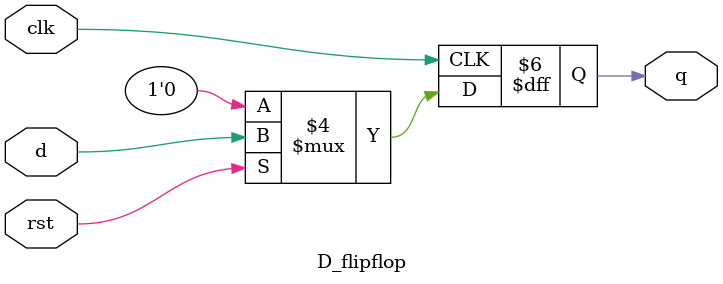
<source format=v>
`timescale 1ns / 1ps


module D_flipflop (
  input clk,
  rst,
  input d,
  output reg q
  );

  always@(posedge clk) begin
    if(!rst) q<=0;
    else q<=d;
  end
  
endmodule

</source>
